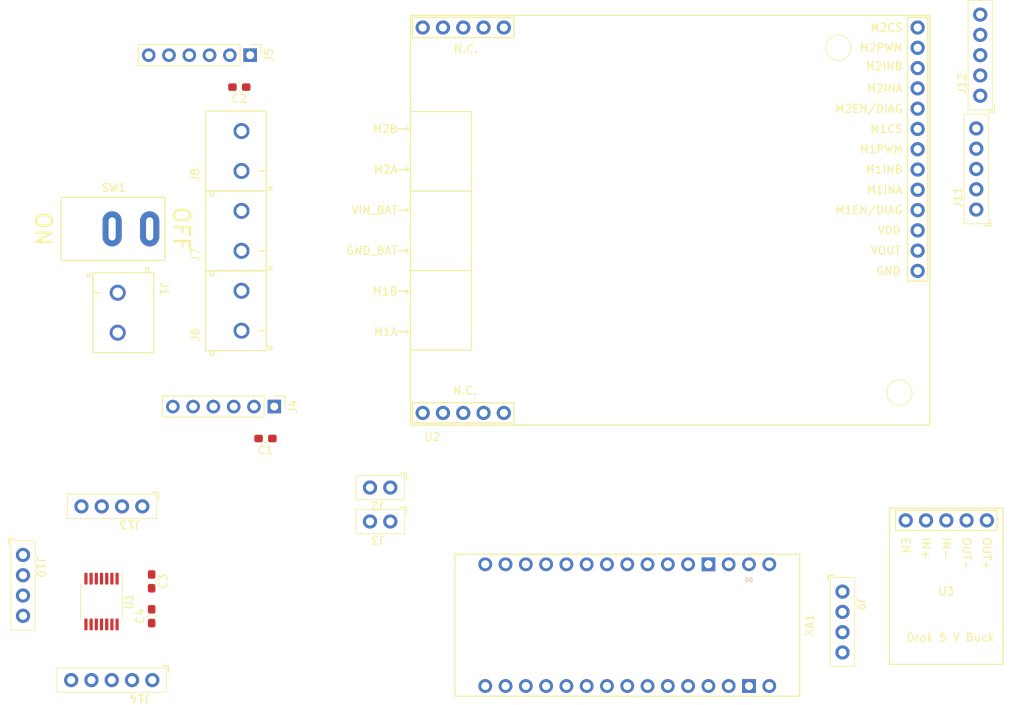
<source format=kicad_pcb>
(kicad_pcb (version 20221018) (generator pcbnew)
  (layers (0 "F.Cu" signal) (31 "B.Cu" signal) (34 "B.Paste" user) (35 "F.Paste" user) (36 "B.SilkS" user "B.Silkscreen") (37 "F.SilkS" user "F.Silkscreen") (38 "B.Mask" user) (39 "F.Mask" user) (44 "Edge.Cuts" user))
  (net 0 "")
  (net 1 "VBAT")
  (net 2 "M1_CS")
  (net 3 "M2_CS")
  (net 4 "Net-(J3-Pin_1)")
  (net 5 "Net-(J3-Pin_2)")
  (net 6 "Net-(J4-M1-Red-Power)")
  (net 7 "Net-(J4-M1-Black-Power)")
  (net 8 "Net-(J5-M2-Red-Power)")
  (net 9 "Net-(J5-M2-Black-Power)")
  (net 10 "GND")
  (net 11 "+5V")
  (net 12 "+3V3")
  (net 13 "M1_EN{slash}DIAG")
  (net 14 "M1_INA")
  (net 15 "M1_INB")
  (net 16 "M1_PWM")
  (net 17 "M2_EN{slash}DIAG")
  (net 18 "M2_INA")
  (net 19 "M2_INB")
  (net 20 "M2_PWM")
  (net 21 "M1-Enc_A-Yellow-5V")
  (net 22 "M1-Enc_B-White-5V")
  (net 23 "M2-Enc_A-Yellow-5V")
  (net 24 "M2-Enc_B-White-5V")
  (net 25 "TXU_OE")
  (net 26 "M1-Enc_A-Yellow-3V3")
  (net 27 "M1-Enc_B-White-3V3")
  (net 28 "M2-Enc_A-Yellow-3V3")
  (net 29 "M2-Enc_B-White-3V3")
  (net 30 "Net-(U2-VOUT-Rev_Protected_VBAT)")
  (net 50 "Net-(J1-Pin_2-GND)")
  (net 51 "Net-(J9-Pin_1)")
  (net 52 "Net-(J9-Pin_2)")
  (net 53 "Net-(J9-Pin_3)")
  (net 54 "Net-(J7-Pin_2-VBAT)")
  (footprint "Capacitor_SMD:C_0603_1608Metric_Pad1.08x0.95mm_HandSolder" (layer "F.Cu") (at 78 114.25 180)
    (fp_text reference "C1" (at 0 -1.43) (layer "F.SilkS"))
    (fp_text value "0.1 uF")
    (fp_line (start -0.146267 -0.51) (end 0.146267 -0.51) (stroke (width 0.12)) (layer "F.SilkS"))
    (fp_line (start -0.146267 0.51) (end 0.146267 0.51) (stroke (width 0.12)) (layer "F.SilkS"))
    (pad "1" smd roundrect (at -0.8625 0 180) (size 1.075 0.95) (layers "F.Cu" "F.Paste" "F.Mask") (net 6 "Net-(J4-M1-Red-Power)"))
    (pad "2" smd roundrect (at 0.8625 0 180) (size 1.075 0.95) (layers "F.Cu" "F.Paste" "F.Mask") (net 7 "Net-(J4-M1-Black-Power)"))
  )
  (footprint "MySwitches:Daier MTS-101 Toggle Switch 6A 125 VAC" (layer "F.Cu") (at 65.4 84.05 -90)
    (fp_text reference "SW1" (at -1.2 6.4 unlocked) (layer "F.SilkS"))
    (fp_text value "External Power Switch")
    (fp_text user "OFF" (at 3.95 -0.9 -90 unlocked) (layer "F.SilkS") (effects (font (size 2 2) (thickness 0.3)) (justify bottom)))
    (fp_text user "ON" (at 3.95 16.4 -90 unlocked) (layer "F.SilkS") (effects (font (size 2 2) (thickness 0.3)) (justify bottom)))
    (fp_rect (start 0 0) (end 7.9 13) (stroke (width 0.15)) (fill none) (layer "F.SilkS"))
    (pad "1" thru_hole oval (at 3.95 1.9 270) (size 4.4 2.4) (drill oval 2.9 0.9) (layers "*.Cu" "*.Mask") (net 54 "Net-(J7-Pin_2-VBAT)"))
    (pad "2" thru_hole oval (at 3.95 6.6 270) (size 4.4 2.4) (drill oval 2.9 0.9) (layers "*.Cu" "*.Mask") (net 1 "VBAT"))
  )
  (footprint "MyBoards:Pololu Dual VNH5019 Motor Driver rev ash02b" (layer "F.Cu") (at 161.1865 61.2635 -90)
    (fp_text reference "U2" (at 52.8 62.3 unlocked) (layer "F.SilkS"))
    (fp_text value "~")
    (fp_text user "M1INA" (at 21.844 3.302 unlocked) (layer "F.SilkS") (effects (justify right)))
    (fp_text user "VIN_BAT" (at 24.384 66.548 unlocked) (layer "F.SilkS") (effects (justify right)))
    (fp_text user "M2CS" (at 1.524 3.302 unlocked) (layer "F.SilkS") (effects (justify right)))
    (fp_text user "N.C." (at 4.2 59.7 unlocked) (layer "F.SilkS") (effects (justify left)))
    (fp_text user "M1B" (at 34.544 66.548 unlocked) (layer "F.SilkS") (effects (justify right)))
    (fp_text user "GND_BAT" (at 29.464 66.548 unlocked) (layer "F.SilkS") (effects (justify right)))
    (fp_text user "M2EN/DIAG" (at 11.684 3.302 unlocked) (layer "F.SilkS") (effects (justify right)))
    (fp_text user "M1CS" (at 14.224 3.302 unlocked) (layer "F.SilkS") (effects (justify right)))
    (fp_text user "GND" (at 32.004 3.556 unlocked) (layer "F.SilkS") (effects (justify right)))
    (fp_text user "VDD" (at 26.924 3.556 unlocked) (layer "F.SilkS") (effects (justify right)))
    (fp_text user "N.C." (at 46.99 58.2 unlocked) (layer "F.SilkS"))
    (fp_text user "M2PWM" (at 4.064 3.302 unlocked) (layer "F.SilkS") (effects (justify right)))
    (fp_text user "M1PWM" (at 16.764 3.302 unlocked) (layer "F.SilkS") (effects (justify right)))
    (fp_text user "M2A" (at 19.304 66.548 unlocked) (layer "F.SilkS") (effects (justify right)))
    (fp_text user "M1EN/DIAG" (at 24.384 3.302 unlocked) (layer "F.SilkS") (effects (justify right)))
    (fp_text user "VOUT" (at 29.464 3.556 unlocked) (layer "F.SilkS") (effects (justify right)))
    (fp_text user "M2B" (at 14.224 66.548 unlocked) (layer "F.SilkS") (effects (justify right)))
    (fp_text user "M1INB" (at 19.304 3.302 unlocked) (layer "F.SilkS") (effects (justify right)))
    (fp_text user "M2INA" (at 9.144 3.302 unlocked) (layer "F.SilkS") (effects (justify right)))
    (fp_text user "M2INB" (at 6.35 3.302 unlocked) (layer "F.SilkS") (effects (justify right)))
    (fp_text user "M1A" (at 39.624 66.548 unlocked) (layer "F.SilkS") (effects (justify right)))
    (fp_line (start 0.254 0.254) (end 0.254 2.794) (stroke (width 0.15)) (layer "F.SilkS"))
    (fp_line (start 0.254 0.254) (end 33.274 0.254) (stroke (width 0.15)) (layer "F.SilkS"))
    (fp_line (start 0.254 52.07) (end 0.254 64.77) (stroke (width 0.15)) (layer "F.SilkS"))
    (fp_line (start 0.254 52.07) (end 2.794 52.07) (stroke (width 0.15)) (layer "F.SilkS"))
    (fp_line (start 0.254 64.77) (end 2.794 64.77) (stroke (width 0.15)) (layer "F.SilkS"))
    (fp_line (start 2.794 52.07) (end 2.794 64.77) (stroke (width 0.15)) (layer "F.SilkS"))
    (fp_line (start 12.0396 57.404) (end 41.91 57.404) (stroke (width 0.15)) (layer "F.SilkS"))
    (fp_line (start 12.0396 65.024) (end 12.0396 57.404) (stroke (width 0.15)) (layer "F.SilkS"))
    (fp_line (start 14.224 65.278) (end 14.224 66.548) (stroke (width 0.15)) (layer "F.SilkS"))
    (fp_line (start 19.304 65.278) (end 19.304 66.548) (stroke (width 0.15)) (layer "F.SilkS"))
    (fp_line (start 21.9964 65.024) (end 21.9964 57.404) (stroke (width 0.15)) (layer "F.SilkS"))
    (fp_line (start 24.384 65.278) (end 24.384 66.548) (stroke (width 0.15)) (layer "F.SilkS"))
    (fp_line (start 29.464 65.278) (end 29.464 66.548) (stroke (width 0.15)) (layer "F.SilkS"))
    (fp_line (start 31.9532 65.024) (end 31.9532 57.404) (stroke (width 0.15)) (layer "F.SilkS"))
    (fp_line (start 33.274 0.254) (end 33.274 2.794) (stroke (width 0.15)) (layer "F.SilkS"))
    (fp_line (start 33.274 2.794) (end 0.254 2.794) (stroke (width 0.15)) (layer "F.SilkS"))
    (fp_line (start 34.544 65.278) (end 34.544 66.548) (stroke (width 0.15)) (layer "F.SilkS"))
    (fp_line (start 39.624 65.278) (end 39.624 66.548) (stroke (width 0.15)) (layer "F.SilkS"))
    (fp_line (start 41.91 65.024) (end 41.91 57.404) (stroke (width 0.15)) (layer "F.SilkS"))
    (fp_line (start 48.514 52.07) (end 48.514 64.77) (stroke (width 0.15)) (layer "F.SilkS"))
    (fp_line (start 48.514 52.07) (end 51.054 52.07) (stroke (width 0.15)) (layer "F.SilkS"))
    (fp_line (start 48.514 64.77) (end 51.054 64.77) (stroke (width 0.15)) (layer "F.SilkS"))
    (fp_line (start 51.054 52.07) (end 51.054 64.77) (stroke (width 0.15)) (layer "F.SilkS"))
    (fp_rect (start 0 0) (end 51.308 65.024) (stroke (width 0.15)) (fill none) (layer "F.SilkS"))
    (fp_circle (center 4.064 11.43) (end 5.6515 11.43) (stroke (width 0.1)) (fill none) (layer "F.SilkS"))
    (fp_circle (center 47.244 3.81) (end 48.8315 3.81) (stroke (width 0.1)) (fill none) (layer "F.SilkS"))
    (fp_poly (pts (xy 14.224 65.278) (xy 13.97 65.532) (xy 14.478 65.532)) (stroke (width 0.15)) (fill solid) (layer "F.SilkS"))
    (fp_poly (pts (xy 19.304 65.278) (xy 19.05 65.532) (xy 19.558 65.532)) (stroke (width 0.15)) (fill solid) (layer "F.SilkS"))
    (fp_poly (pts (xy 24.384 65.278) (xy 24.13 65.532) (xy 24.638 65.532)) (stroke (width 0.15)) (fill solid) (layer "F.SilkS"))
    (fp_poly (pts (xy 29.464 65.278) (xy 29.21 65.532) (xy 29.718 65.532)) (stroke (width 0.15)) (fill solid) (layer "F.SilkS"))
    (fp_poly (pts (xy 34.544 65.278) (xy 34.29 65.532) (xy 34.798 65.532)) (stroke (width 0.15)) (fill solid) (layer "F.SilkS"))
    (fp_poly (pts (xy 39.624 65.278) (xy 39.37 65.532) (xy 39.878 65.532)) (stroke (width 0.15)) (fill solid) (layer "F.SilkS"))
    (pad "1" thru_hole circle (at 32.004 1.524 270) (size 1.778 1.778) (drill 1.016) (layers "*.Cu" "*.Mask") (net 10 "GND"))
    (pad "2" thru_hole circle (at 29.464 1.524 270) (size 1.778 1.778) (drill 1.016) (layers "*.Cu" "*.Mask") (net 30 "Net-(U2-VOUT-Rev_Protected_VBAT)"))
    (pad "3" thru_hole circle (at 26.924 1.524 270) (size 1.778 1.778) (drill 1.016) (layers "*.Cu" "*.Mask") (net 12 "+3V3"))
    (pad "4" thru_hole circle (at 24.384 1.524 270) (size 1.778 1.778) (drill 1.016) (layers "*.Cu" "*.Mask") (net 13 "M1_EN{slash}DIAG"))
    (pad "5" thru_hole circle (at 21.844 1.524 270) (size 1.778 1.778) (drill 1.016) (layers "*.Cu" "*.Mask") (net 14 "M1_INA"))
    (pad "6" thru_hole circle (at 19.304 1.524 270) (size 1.778 1.778) (drill 1.016) (layers "*.Cu" "*.Mask") (net 15 "M1_INB"))
    (pad "7" thru_hole circle (at 16.764 1.524 270) (size 1.778 1.778) (drill 1.016) (layers "*.Cu" "*.Mask") (net 16 "M1_PWM"))
    (pad "8" thru_hole circle (at 14.224 1.524 270) (size 1.778 1.778) (drill 1.016) (layers "*.Cu" "*.Mask") (net 2 "M1_CS"))
    (pad "9" thru_hole circle (at 11.684 1.524 270) (size 1.778 1.778) (drill 1.016) (layers "*.Cu" "*.Mask") (net 17 "M2_EN{slash}DIAG"))
    (pad "10" thru_hole circle (at 9.144 1.524 270) (size 1.778 1.778) (drill 1.016) (layers "*.Cu" "*.Mask") (net 18 "M2_INA"))
    (pad "11" thru_hole circle (at 6.604 1.524 270) (size 1.778 1.778) (drill 1.016) (layers "*.Cu" "*.Mask") (net 19 "M2_INB"))
    (pad "12" thru_hole circle (at 4.064 1.524 270) (size 1.778 1.778) (drill 1.016) (layers "*.Cu" "*.Mask") (net 20 "M2_PWM"))
    (pad "13" thru_hole circle (at 1.524 1.524 270) (size 1.778 1.778) (drill 1.016) (layers "*.Cu" "*.Mask") (net 3 "M2_CS"))
    (pad "14" thru_hole circle (at 1.524 63.5 270) (size 1.778 1.778) (drill 1.016) (layers "*.Cu" "*.Mask"))
    (pad "15" thru_hole circle (at 1.524 60.96 270) (size 1.778 1.778) (drill 1.016) (layers "*.Cu" "*.Mask"))
    (pad "16" thru_hole circle (at 1.524 58.42 270) (size 1.778 1.778) (drill 1.016) (layers "*.Cu" "*.Mask"))
    (pad "17" thru_hole circle (at 1.524 55.88 270) (size 1.778 1.778) (drill 1.016) (layers "*.Cu" "*.Mask"))
    (pad "18" thru_hole circle (at 1.524 53.34 270) (size 1.778 1.778) (drill 1.016) (layers "*.Cu" "*.Mask"))
    (pad "19" thru_hole circle (at 49.784 63.5 270) (size 1.778 1.778) (drill 1.016) (layers "*.Cu" "*.Mask"))
    (pad "20" thru_hole circle (at 49.784 60.96 270) (size 1.778 1.778) (drill 1.016) (layers "*.Cu" "*.Mask"))
    (pad "21" thru_hole circle (at 49.784 58.42 270) (size 1.778 1.778) (drill 1.016) (layers "*.Cu" "*.Mask"))
    (pad "22" thru_hole circle (at 49.784 55.88 270) (size 1.778 1.778) (drill 1.016) (layers "*.Cu" "*.Mask"))
    (pad "23" thru_hole circle (at 49.784 53.34 270) (size 1.778 1.778) (drill 1.016) (layers "*.Cu" "*.Mask"))
  )
  (footprint "MyConnectors:Screw Terminal 2P 5 mm, Degson DG301-5.0-02P" (layer "F.Cu") (at 75 100.75 90)
    (fp_text reference "J6" (at -0.5 -5.8 90 unlocked) (layer "F.SilkS"))
    (fp_text value "M1")
    (fp_line (start -3.1 -3.9) (end -3.1 -3.5) (stroke (width 0.15)) (layer "F.SilkS"))
    (fp_line (start -3.1 -3.5) (end -2.5 -3.5) (stroke (width 0.15)) (layer "F.SilkS"))
    (fp_line (start -2.5 -3.9) (end -3.1 -3.9) (stroke (width 0.15)) (layer "F.SilkS"))
    (fp_line (start 0 3.1) (end 0 2.1) (stroke (width 0.15)) (layer "F.SilkS"))
    (fp_rect (start -2.5 -4.5) (end 7.5 3.1) (stroke (width 0.15)) (fill none) (layer "F.SilkS"))
    (fp_circle (center -2.2 3.6) (end -2 3.7) (stroke (width 0.15)) (fill none) (layer "F.SilkS"))
    (pad "1" thru_hole circle (at 0 0 90) (size 2 2) (drill 1.3) (layers "*.Cu" "*.Mask") (net 6 "Net-(J4-M1-Red-Power)"))
    (pad "2" thru_hole circle (at 5 0 90) (size 2 2) (drill 1.3) (layers "*.Cu" "*.Mask") (net 7 "Net-(J4-M1-Black-Power)"))
  )
  (footprint "Connector_PinHeader_2.54mm:PinHeader_1x06_P2.54mm_Vertical" (layer "F.Cu") (at 76.08 66.25 -90)
    (fp_text reference "J5" (at 0 -2.33 90) (layer "F.SilkS"))
    (fp_text value "Motor 2")
    (fp_line (start -1.33 -1.33) (end 0 -1.33) (stroke (width 0.12)) (layer "F.SilkS"))
    (fp_line (start -1.33 0) (end -1.33 -1.33) (stroke (width 0.12)) (layer "F.SilkS"))
    (fp_line (start -1.33 1.27) (end -1.33 14.03) (stroke (width 0.12)) (layer "F.SilkS"))
    (fp_line (start -1.33 1.27) (end 1.33 1.27) (stroke (width 0.12)) (layer "F.SilkS"))
    (fp_line (start -1.33 14.03) (end 1.33 14.03) (stroke (width 0.12)) (layer "F.SilkS"))
    (fp_line (start 1.33 1.27) (end 1.33 14.03) (stroke (width 0.12)) (layer "F.SilkS"))
    (pad "1" thru_hole rect (at 0 0 270) (size 1.7 1.7) (drill 1) (layers "*.Cu" "*.Mask") (net 8 "Net-(J5-M2-Red-Power)"))
    (pad "2" thru_hole oval (at 0 2.54 270) (size 1.7 1.7) (drill 1) (layers "*.Cu" "*.Mask") (net 9 "Net-(J5-M2-Black-Power)"))
    (pad "3" thru_hole oval (at 0 5.08 270) (size 1.7 1.7) (drill 1) (layers "*.Cu" "*.Mask") (net 10 "GND"))
    (pad "4" thru_hole oval (at 0 7.62 270) (size 1.7 1.7) (drill 1) (layers "*.Cu" "*.Mask") (net 11 "+5V"))
    (pad "5" thru_hole oval (at 0 10.16 270) (size 1.7 1.7) (drill 1) (layers "*.Cu" "*.Mask") (net 23 "M2-Enc_A-Yellow-5V"))
    (pad "6" thru_hole oval (at 0 12.7 270) (size 1.7 1.7) (drill 1) (layers "*.Cu" "*.Mask") (net 24 "M2-Enc_B-White-5V"))
  )
  (footprint "MyConnectors:Screw Terminal 2P 5 mm, Degson DG301-5.0-02P" (layer "F.Cu") (at 59.5 96 -90)
    (fp_text reference "J1" (at -0.5 -5.8 -90 unlocked) (layer "F.SilkS"))
    (fp_text value "BATT IN")
    (fp_line (start -3.1 -3.9) (end -3.1 -3.5) (stroke (width 0.15)) (layer "F.SilkS"))
    (fp_line (start -3.1 -3.5) (end -2.5 -3.5) (stroke (width 0.15)) (layer "F.SilkS"))
    (fp_line (start -2.5 -3.9) (end -3.1 -3.9) (stroke (width 0.15)) (layer "F.SilkS"))
    (fp_line (start 0 3.1) (end 0 2.1) (stroke (width 0.15)) (layer "F.SilkS"))
    (fp_rect (start -2.5 -4.5) (end 7.5 3.1) (stroke (width 0.15)) (fill none) (layer "F.SilkS"))
    (fp_circle (center -2.2 3.6) (end -2 3.7) (stroke (width 0.15)) (fill none) (layer "F.SilkS"))
    (pad "1" thru_hole circle (at 0 0 270) (size 2 2) (drill 1.3) (layers "*.Cu" "*.Mask") (net 1 "VBAT"))
    (pad "2" thru_hole circle (at 5 0 270) (size 2 2) (drill 1.3) (layers "*.Cu" "*.Mask") (net 50 "Net-(J1-Pin_2-GND)"))
  )
  (footprint "Connector_PinHeader_2.54mm:PinHeader_1x06_P2.54mm_Vertical" (layer "F.Cu") (at 79.1 110.25 -90)
    (fp_text reference "J4" (at 0 -2.33 90) (layer "F.SilkS"))
    (fp_text value "Motor 1")
    (fp_line (start -1.33 -1.33) (end 0 -1.33) (stroke (width 0.12)) (layer "F.SilkS"))
    (fp_line (start -1.33 0) (end -1.33 -1.33) (stroke (width 0.12)) (layer "F.SilkS"))
    (fp_line (start -1.33 1.27) (end -1.33 14.03) (stroke (width 0.12)) (layer "F.SilkS"))
    (fp_line (start -1.33 1.27) (end 1.33 1.27) (stroke (width 0.12)) (layer "F.SilkS"))
    (fp_line (start -1.33 14.03) (end 1.33 14.03) (stroke (width 0.12)) (layer "F.SilkS"))
    (fp_line (start 1.33 1.27) (end 1.33 14.03) (stroke (width 0.12)) (layer "F.SilkS"))
    (pad "1" thru_hole rect (at 0 0 270) (size 1.7 1.7) (drill 1) (layers "*.Cu" "*.Mask") (net 6 "Net-(J4-M1-Red-Power)"))
    (pad "2" thru_hole oval (at 0 2.54 270) (size 1.7 1.7) (drill 1) (layers "*.Cu" "*.Mask") (net 7 "Net-(J4-M1-Black-Power)"))
    (pad "3" thru_hole oval (at 0 5.08 270) (size 1.7 1.7) (drill 1) (layers "*.Cu" "*.Mask") (net 10 "GND"))
    (pad "4" thru_hole oval (at 0 7.62 270) (size 1.7 1.7) (drill 1) (layers "*.Cu" "*.Mask") (net 11 "+5V"))
    (pad "5" thru_hole oval (at 0 10.16 270) (size 1.7 1.7) (drill 1) (layers "*.Cu" "*.Mask") (net 21 "M1-Enc_A-Yellow-5V"))
    (pad "6" thru_hole oval (at 0 12.7 270) (size 1.7 1.7) (drill 1) (layers "*.Cu" "*.Mask") (net 22 "M1-Enc_B-White-5V"))
  )
  (footprint "MyConnectors:Sullins Header Female TH 2 x 1 PPPC021LFBN-RC" (layer "F.Cu") (at 95.1545 120.3895 180)
    (fp_text reference "J2" (at 3.048 -2.286 180 unlocked) (layer "F.SilkS"))
    (fp_text value "Current Sense Jumper Out of board")
    (fp_line (start -0.508 1.016) (end -0.508 1.778) (stroke (width 0.15)) (layer "F.SilkS"))
    (fp_line (start -0.508 1.778) (end 0.254 1.778) (stroke (width 0.15)) (layer "F.SilkS"))
    (fp_line (start -0.254 -1.524) (end -0.254 1.524) (stroke (width 0.1)) (layer "F.SilkS"))
    (fp_line (start -0.254 1.524) (end 5.842 1.524) (stroke (width 0.1)) (layer "F.SilkS"))
    (fp_line (start 5.842 -1.524) (end -0.254 -1.524) (stroke (width 0.1)) (layer "F.SilkS"))
    (fp_line (start 5.842 1.524) (end 5.842 -1.524) (stroke (width 0.1)) (layer "F.SilkS"))
    (pad "1" thru_hole circle (at 1.524 0 180) (size 1.778 1.778) (drill 1.016) (layers "*.Cu" "*.Mask") (net 2 "M1_CS"))
    (pad "2" thru_hole circle (at 4.064 0 180) (size 1.778 1.778) (drill 1.016) (layers "*.Cu" "*.Mask") (net 3 "M2_CS"))
  )
  (footprint "Capacitor_SMD:C_0603_1608Metric_Pad1.08x0.95mm_HandSolder" (layer "F.Cu") (at 63.75 132.1375 -90)
    (fp_text reference "C3" (at 0 -1.43 90) (layer "F.SilkS"))
    (fp_text value "0.1 uF")
    (fp_line (start -0.146267 -0.51) (end 0.146267 -0.51) (stroke (width 0.12)) (layer "F.SilkS"))
    (fp_line (start -0.146267 0.51) (end 0.146267 0.51) (stroke (width 0.12)) (layer "F.SilkS"))
    (pad "1" smd roundrect (at -0.8625 0 270) (size 1.075 0.95) (layers "F.Cu" "F.Paste" "F.Mask") (net 11 "+5V"))
    (pad "2" smd roundrect (at 0.8625 0 270) (size 1.075 0.95) (layers "F.Cu" "F.Paste" "F.Mask") (net 10 "GND"))
  )
  (footprint "MyConnectors:Sullins Header Female TH 4 x 1 PPPC041LFBN-RC" (layer "F.Cu") (at 150.25 131.896 -90)
    (fp_text reference "J9" (at 3.048 -2.286 -90 unlocked) (layer "F.SilkS"))
    (fp_text value "Extra GPIO Test Connector")
    (fp_line (start -0.508 1.016) (end -0.508 1.778) (stroke (width 0.15)) (layer "F.SilkS"))
    (fp_line (start -0.508 1.778) (end 0.254 1.778) (stroke (width 0.15)) (layer "F.SilkS"))
    (fp_line (start -0.254 -1.524) (end -0.254 1.524) (stroke (width 0.1)) (layer "F.SilkS"))
    (fp_line (start -0.254 1.524) (end 10.922 1.524) (stroke (width 0.1)) (layer "F.SilkS"))
    (fp_line (start 10.922 -1.524) (end -0.254 -1.524) (stroke (width 0.1)) (layer "F.SilkS"))
    (fp_line (start 10.922 1.524) (end 10.922 -1.524) (stroke (width 0.1)) (layer "F.SilkS"))
    (pad "1" thru_hole circle (at 1.524 0 270) (size 1.778 1.778) (drill 1.016) (layers "*.Cu" "*.Mask") (net 51 "Net-(J9-Pin_1)"))
    (pad "2" thru_hole circle (at 4.064 0 270) (size 1.778 1.778) (drill 1.016) (layers "*.Cu" "*.Mask") (net 52 "Net-(J9-Pin_2)"))
    (pad "3" thru_hole circle (at 6.604 0 270) (size 1.778 1.778) (drill 1.016) (layers "*.Cu" "*.Mask") (net 53 "Net-(J9-Pin_3)"))
    (pad "4" thru_hole circle (at 9.144 0 270) (size 1.778 1.778) (drill 1.016) (layers "*.Cu" "*.Mask") (net 10 "GND"))
  )
  (footprint "Package_SO:TSSOP-14_4.4x5mm_P0.65mm" (layer "F.Cu") (at 57.47 134.6625 -90)
    (fp_text reference "U1" (at 0 -3.45 90) (layer "F.SilkS"))
    (fp_text value "~")
    (fp_line (start 0 -2.61) (end -3.6 -2.61) (stroke (width 0.12)) (layer "F.SilkS"))
    (fp_line (start 0 -2.61) (end 2.2 -2.61) (stroke (width 0.12)) (layer "F.SilkS"))
    (fp_line (start 0 2.61) (end -2.2 2.61) (stroke (width 0.12)) (layer "F.SilkS"))
    (fp_line (start 0 2.61) (end 2.2 2.61) (stroke (width 0.12)) (layer "F.SilkS"))
    (pad "1" smd roundrect (at -2.8625 -1.95 270) (size 1.475 0.4) (layers "F.Cu" "F.Paste" "F.Mask") (net 11 "+5V"))
    (pad "2" smd roundrect (at -2.8625 -1.3 270) (size 1.475 0.4) (layers "F.Cu" "F.Paste" "F.Mask") (net 21 "M1-Enc_A-Yellow-5V"))
    (pad "3" smd roundrect (at -2.8625 -0.65 270) (size 1.475 0.4) (layers "F.Cu" "F.Paste" "F.Mask") (net 22 "M1-Enc_B-White-5V"))
    (pad "4" smd roundrect (at -2.8625 0 270) (size 1.475 0.4) (layers "F.Cu" "F.Paste" "F.Mask") (net 23 "M2-Enc_A-Yellow-5V"))
    (pad "5" smd roundrect (at -2.8625 0.65 270) (size 1.475 0.4) (layers "F.Cu" "F.Paste" "F.Mask") (net 24 "M2-Enc_B-White-5V"))
    (pad "6" smd roundrect (at -2.8625 1.3 270) (size 1.475 0.4) (layers "F.Cu" "F.Paste" "F.Mask"))
    (pad "7" smd roundrect (at -2.8625 1.95 270) (size 1.475 0.4) (layers "F.Cu" "F.Paste" "F.Mask") (net 10 "GND"))
    (pad "8" smd roundrect (at 2.8625 1.95 270) (size 1.475 0.4) (layers "F.Cu" "F.Paste" "F.Mask") (net 25 "TXU_OE"))
    (pad "9" smd roundrect (at 2.8625 1.3 270) (size 1.475 0.4) (layers "F.Cu" "F.Paste" "F.Mask"))
    (pad "10" smd roundrect (at 2.8625 0.65 270) (size 1.475 0.4) (layers "F.Cu" "F.Paste" "F.Mask") (net 29 "M2-Enc_B-White-3V3"))
    (pad "11" smd roundrect (at 2.8625 0 270) (size 1.475 0.4) (layers "F.Cu" "F.Paste" "F.Mask") (net 28 "M2-Enc_A-Yellow-3V3"))
    (pad "12" smd roundrect (at 2.8625 -0.65 270) (size 1.475 0.4) (layers "F.Cu" "F.Paste" "F.Mask") (net 27 "M1-Enc_B-White-3V3"))
    (pad "13" smd roundrect (at 2.8625 -1.3 270) (size 1.475 0.4) (layers "F.Cu" "F.Paste" "F.Mask") (net 26 "M1-Enc_A-Yellow-3V3"))
    (pad "14" smd roundrect (at 2.8625 -1.95 270) (size 1.475 0.4) (layers "F.Cu" "F.Paste" "F.Mask") (net 12 "+3V3"))
  )
  (footprint "MyConnectors:Sullins Header Female TH 4 x 1 PPPC041LFBN-RC" (layer "F.Cu") (at 47.6395 127.3055 -90)
    (fp_text reference "J10" (at 3.048 -2.286 -90 unlocked) (layer "F.SilkS"))
    (fp_text value "Power Test Connector")
    (fp_line (start -0.508 1.016) (end -0.508 1.778) (stroke (width 0.15)) (layer "F.SilkS"))
    (fp_line (start -0.508 1.778) (end 0.254 1.778) (stroke (width 0.15)) (layer "F.SilkS"))
    (fp_line (start -0.254 -1.524) (end -0.254 1.524) (stroke (width 0.1)) (layer "F.SilkS"))
    (fp_line (start -0.254 1.524) (end 10.922 1.524) (stroke (width 0.1)) (layer "F.SilkS"))
    (fp_line (start 10.922 -1.524) (end -0.254 -1.524) (stroke (width 0.1)) (layer "F.SilkS"))
    (fp_line (start 10.922 1.524) (end 10.922 -1.524) (stroke (width 0.1)) (layer "F.SilkS"))
    (pad "1" thru_hole circle (at 1.524 0 270) (size 1.778 1.778) (drill 1.016) (layers "*.Cu" "*.Mask") (net 1 "VBAT"))
    (pad "2" thru_hole circle (at 4.064 0 270) (size 1.778 1.778) (drill 1.016) (layers "*.Cu" "*.Mask") (net 11 "+5V"))
    (pad "3" thru_hole circle (at 6.604 0 270) (size 1.778 1.778) (drill 1.016) (layers "*.Cu" "*.Mask") (net 12 "+3V3"))
    (pad "4" thru_hole circle (at 9.144 0 270) (size 1.778 1.778) (drill 1.016) (layers "*.Cu" "*.Mask") (net 10 "GND"))
  )
  (footprint "MyConnectors:Screw Terminal 2P 5 mm, Degson DG301-5.0-02P" (layer "F.Cu") (at 75 80.75 90)
    (fp_text reference "J8" (at -0.5 -5.8 90 unlocked) (layer "F.SilkS"))
    (fp_text value "M2")
    (fp_line (start -3.1 -3.9) (end -3.1 -3.5) (stroke (width 0.15)) (layer "F.SilkS"))
    (fp_line (start -3.1 -3.5) (end -2.5 -3.5) (stroke (width 0.15)) (layer "F.SilkS"))
    (fp_line (start -2.5 -3.9) (end -3.1 -3.9) (stroke (width 0.15)) (layer "F.SilkS"))
    (fp_line (start 0 3.1) (end 0 2.1) (stroke (width 0.15)) (layer "F.SilkS"))
    (fp_rect (start -2.5 -4.5) (end 7.5 3.1) (stroke (width 0.15)) (fill none) (layer "F.SilkS"))
    (fp_circle (center -2.2 3.6) (end -2 3.7) (stroke (width 0.15)) (fill none) (layer "F.SilkS"))
    (pad "1" thru_hole circle (at 0 0 90) (size 2 2) (drill 1.3) (layers "*.Cu" "*.Mask") (net 8 "Net-(J5-M2-Red-Power)"))
    (pad "2" thru_hole circle (at 5 0 90) (size 2 2) (drill 1.3) (layers "*.Cu" "*.Mask") (net 9 "Net-(J5-M2-Black-Power)"))
  )
  (footprint "MyConnectors:Sullins Header Female TH 2 x 1 PPPC021LFBN-RC" (layer "F.Cu") (at 95.1545 124.6395 180)
    (fp_text reference "J3" (at 3.048 -2.286 180 unlocked) (layer "F.SilkS"))
    (fp_text value "Current Sense Jumper Into board")
    (fp_line (start -0.508 1.016) (end -0.508 1.778) (stroke (width 0.15)) (layer "F.SilkS"))
    (fp_line (start -0.508 1.778) (end 0.254 1.778) (stroke (width 0.15)) (layer "F.SilkS"))
    (fp_line (start -0.254 -1.524) (end -0.254 1.524) (stroke (width 0.1)) (layer "F.SilkS"))
    (fp_line (start -0.254 1.524) (end 5.842 1.524) (stroke (width 0.1)) (layer "F.SilkS"))
    (fp_line (start 5.842 -1.524) (end -0.254 -1.524) (stroke (width 0.1)) (layer "F.SilkS"))
    (fp_line (start 5.842 1.524) (end 5.842 -1.524) (stroke (width 0.1)) (layer "F.SilkS"))
    (pad "1" thru_hole circle (at 1.524 0 180) (size 1.778 1.778) (drill 1.016) (layers "*.Cu" "*.Mask") (net 4 "Net-(J3-Pin_1)"))
    (pad "2" thru_hole circle (at 4.064 0 180) (size 1.778 1.778) (drill 1.016) (layers "*.Cu" "*.Mask") (net 5 "Net-(J3-Pin_2)"))
  )
  (footprint "Capacitor_SMD:C_0603_1608Metric_Pad1.08x0.95mm_HandSolder" (layer "F.Cu") (at 74.73 70.25 180)
    (fp_text reference "C2" (at 0 -1.43) (layer "F.SilkS"))
    (fp_text value "0.1 uF")
    (fp_line (start -0.146267 -0.51) (end 0.146267 -0.51) (stroke (width 0.12)) (layer "F.SilkS"))
    (fp_line (start -0.146267 0.51) (end 0.146267 0.51) (stroke (width 0.12)) (layer "F.SilkS"))
    (pad "1" smd roundrect (at -0.8625 0 180) (size 1.075 0.95) (layers "F.Cu" "F.Paste" "F.Mask") (net 8 "Net-(J5-M2-Red-Power)"))
    (pad "2" smd roundrect (at 0.8625 0 180) (size 1.075 0.95) (layers "F.Cu" "F.Paste" "F.Mask") (net 9 "Net-(J5-M2-Black-Power)"))
  )
  (footprint "MyConnectors:Sullins Header Female TH 4 x 1 PPPC041LFBN-RC" (layer "F.Cu") (at 64.104 122.75 180)
    (fp_text reference "J13" (at 3.048 -2.286 180 unlocked) (layer "F.SilkS"))
    (fp_text value "5V Enconder Test Connector")
    (fp_line (start -0.508 1.016) (end -0.508 1.778) (stroke (width 0.15)) (layer "F.SilkS"))
    (fp_line (start -0.508 1.778) (end 0.254 1.778) (stroke (width 0.15)) (layer "F.SilkS"))
    (fp_line (start -0.254 -1.524) (end -0.254 1.524) (stroke (width 0.1)) (layer "F.SilkS"))
    (fp_line (start -0.254 1.524) (end 10.922 1.524) (stroke (width 0.1)) (layer "F.SilkS"))
    (fp_line (start 10.922 -1.524) (end -0.254 -1.524) (stroke (width 0.1)) (layer "F.SilkS"))
    (fp_line (start 10.922 1.524) (end 10.922 -1.524) (stroke (width 0.1)) (layer "F.SilkS"))
    (pad "1" thru_hole circle (at 1.524 0 180) (size 1.778 1.778) (drill 1.016) (layers "*.Cu" "*.Mask") (net 21 "M1-Enc_A-Yellow-5V"))
    (pad "2" thru_hole circle (at 4.064 0 180) (size 1.778 1.778) (drill 1.016) (layers "*.Cu" "*.Mask") (net 22 "M1-Enc_B-White-5V"))
    (pad "3" thru_hole circle (at 6.604 0 180) (size 1.778 1.778) (drill 1.016) (layers "*.Cu" "*.Mask") (net 23 "M2-Enc_A-Yellow-5V"))
    (pad "4" thru_hole circle (at 9.144 0 180) (size 1.778 1.778) (drill 1.016) (layers "*.Cu" "*.Mask") (net 24 "M2-Enc_B-White-5V"))
  )
  (footprint "PCM_arduino-library:Arduino_Nano_Every_Socket" (layer "F.Cu") (at 101.71 137.62 -90)
    (fp_text reference "XA1" (at 0 -44.45 90) (layer "F.SilkS"))
    (fp_text value "Arduino_Nano_33_BLE_Sense_R2_Socket")
    (fp_text user "D0" (at -5.715 -36.83 -180 unlocked) (layer "B.SilkS") (effects (font (size 0.5 0.5) (thickness 0.075)) (justify mirror)))
    (fp_text user "D0" (at -5.715 -36.83 -180 unlocked) (layer "F.SilkS") (effects (font (size 0.5 0.5) (thickness 0.075))))
    (fp_line (start -8.89 -43.18) (end -8.89 0) (stroke (width 0.15)) (layer "F.SilkS"))
    (fp_line (start -8.89 -43.18) (end 8.89 -43.18) (stroke (width 0.15)) (layer "F.SilkS"))
    (fp_line (start -8.89 0) (end 8.89 0) (stroke (width 0.15)) (layer "F.SilkS"))
    (fp_line (start 8.89 -43.18) (end 8.89 0) (stroke (width 0.15)) (layer "F.SilkS"))
    (pad "" np_thru_hole circle (at -7.62 -41.91 270) (size 1.8 1.8) (drill 1.8) (layers "F&B.Cu" "*.Mask"))
    (pad "" np_thru_hole circle (at -7.62 -1.27 270) (size 1.8 1.8) (drill 1.8) (layers "F&B.Cu" "*.Mask"))
    (pad "" np_thru_hole circle (at 7.62 -41.91 270) (size 1.8 1.8) (drill 1.8) (layers "F&B.Cu" "*.Mask"))
    (pad "" np_thru_hole circle (at 7.62 -1.27 270) (size 1.8 1.8) (drill 1.8) (layers "F&B.Cu" "*.Mask"))
    (pad "3V3" thru_hole circle (at 7.62 -6.35 270) (size 1.7272 1.7272) (drill 1.016) (layers "*.Cu" "*.Mask") (net 12 "+3V3"))
    (pad "5V" thru_hole circle (at 7.62 -31.75 270) (size 1.7272 1.7272) (drill 1.016) (layers "*.Cu" "*.Mask"))
    (pad "A0" thru_hole circle (at 7.62 -11.43 270) (size 1.7272 1.7272) (drill 1.016) (layers "*.Cu" "*.Mask") (net 5 "Net-(J3-Pin_2)"))
    (pad "A1" thru_hole circle (at 7.62 -13.97 270) (size 1.7272 1.7272) (drill 1.016) (layers "*.Cu" "*.Mask") (net 4 "Net-(J3-Pin_1)"))
    (pad "A2" thru_hole circle (at 7.62 -16.51 270) (size 1.7272 1.7272) (drill 1.016) (layers "*.Cu" "*.Mask") (net 28 "M2-Enc_A-Yellow-3V3"))
    (pad "A3" thru_hole circle (at 7.62 -19.05 270) (size 1.7272 1.7272) (drill 1.016) (layers "*.Cu" "*.Mask") (net 29 "M2-Enc_B-White-3V3"))
    (pad "A4" thru_hole circle (at 7.62 -21.59 270) (size 1.7272 1.7272) (drill 1.016) (layers "*.Cu" "*.Mask"))
    (pad "A5" thru_hole circle (at 7.62 -24.13 270) (size 1.7272 1.7272) (drill 1.016) (layers "*.Cu" "*.Mask"))
    (pad "A6" thru_hole circle (at 7.62 -26.67 270) (size 1.7272 1.7272) (drill 1.016) (layers "*.Cu" "*.Mask") (net 26 "M1-Enc_A-Yellow-3V3"))
    (pad "A7" thru_hole circle (at 7.62 -29.21 270) (size 1.7272 1.7272) (drill 1.016) (layers "*.Cu" "*.Mask") (net 27 "M1-Enc_B-White-3V3"))
    (pad "AREF" thru_hole circle (at 7.62 -8.89 270) (size 1.7272 1.7272) (drill 1.016) (layers "*.Cu" "*.Mask"))
    (pad "D0" thru_hole circle (at -7.62 -36.83 270) (size 1.7272 1.7272) (drill 1.016) (layers "*.Cu" "*.Mask"))
    (pad "D1" thru_hole circle (at -7.62 -39.37 270) (size 1.7272 1.7272) (drill 1.016) (layers "*.Cu" "*.Mask"))
    (pad "D2" thru_hole circle (at -7.62 -29.21 270) (size 1.7272 1.7272) (drill 1.016) (layers "*.Cu" "*.Mask") (net 14 "M1_INA"))
    (pad "D3" thru_hole circle (at -7.62 -26.67 270) (size 1.7272 1.7272) (drill 1.016) (layers "*.Cu" "*.Mask") (net 51 "Net-(J9-Pin_1)"))
    (pad "D4" thru_hole circle (at -7.62 -24.13 270) (size 1.7272 1.7272) (drill 1.016) (layers "*.Cu" "*.Mask") (net 15 "M1_INB"))
    (pad "D5" thru_hole circle (at -7.62 -21.59 270) (size 1.7272 1.7272) (drill 1.016) (layers "*.Cu" "*.Mask") (net 25 "TXU_OE"))
    (pad "D6" thru_hole circle (at -7.62 -19.05 270) (size 1.7272 1.7272) (drill 1.016) (layers "*.Cu" "*.Mask") (net 13 "M1_EN{slash}DIAG"))
    (pad "D7" thru_hole circle (at -7.62 -16.51 270) (size 1.7272 1.7272) (drill 1.016) (layers "*.Cu" "*.Mask") (net 18 "M2_INA"))
    (pad "D8" thru_hole circle (at -7.62 -13.97 270) (size 1.7272 1.7272) (drill 1.016) (layers "*.Cu" "*.Mask") (net 19 "M2_INB"))
    (pad "D9" thru_hole circle (at -7.62 -11.43 270) (size 1.7272 1.7272) (drill 1.016) (layers "*.Cu" "*.Mask") (net 16 "M1_PWM"))
    (pad "D10" thru_hole circle (at -7.62 -8.89 270) (size 1.7272 1.7272) (drill 1.016) (layers "*.Cu" "*.Mask") (net 20 "M2_PWM"))
    (pad "D11" thru_hole circle (at -7.62 -6.35 270) (size 1.7272 1.7272) (drill 1.016) (layers "*.Cu" "*.Mask") (net 52 "Net-(J9-Pin_2)"))
    (pad "D12" thru_hole circle (at -7.62 -3.81 270) (size 1.7272 1.7272) (drill 1.016) (layers "*.Cu" "*.Mask") (net 17 "M2_EN{slash}DIAG"))
    (pad "D13" thru_hole circle (at 7.62 -3.81 270) (size 1.7272 1.7272) (drill 1.016) (layers "*.Cu" "*.Mask") (net 53 "Net-(J9-Pin_3)"))
    (pad "GND1" thru_hole rect (at -7.62 -31.75 270) (size 1.7272 1.7272) (drill 1.016) (layers "*.Cu" "*.Mask") (net 10 "GND"))
    (pad "GND2" thru_hole rect (at 7.62 -36.83 270) (size 1.7272 1.7272) (drill 1.016) (layers "*.Cu" "*.Mask") (net 10 "GND"))
    (pad "RST1" thru_hole circle (at -7.62 -34.29 270) (size 1.7272 1.7272) (drill 1.016) (layers "*.Cu" "*.Mask"))
    (pad "RST2" thru_hole circle (at 7.62 -34.29 270) (size 1.7272 1.7272) (drill 1.016) (layers "*.Cu" "*.Mask"))
    (pad "VIN" thru_hole circle (at 7.62 -39.37 270) (size 1.7272 1.7272) (drill 1.016) (layers "*.Cu" "*.Mask") (net 11 "+5V"))
  )
  (footprint "MyConnectors:Screw Terminal 2P 5 mm, Degson DG301-5.0-02P" (layer "F.Cu") (at 75 90.75 90)
    (fp_text reference "J7" (at -0.5 -5.8 90 unlocked) (layer "F.SilkS"))
    (fp_text value "BATT OUT")
    (fp_line (start -3.1 -3.9) (end -3.1 -3.5) (stroke (width 0.15)) (layer "F.SilkS"))
    (fp_line (start -3.1 -3.5) (end -2.5 -3.5) (stroke (width 0.15)) (layer "F.SilkS"))
    (fp_line (start -2.5 -3.9) (end -3.1 -3.9) (stroke (width 0.15)) (layer "F.SilkS"))
    (fp_line (start 0 3.1) (end 0 2.1) (stroke (width 0.15)) (layer "F.SilkS"))
    (fp_rect (start -2.5 -4.5) (end 7.5 3.1) (stroke (width 0.15)) (fill none) (layer "F.SilkS"))
    (fp_circle (center -2.2 3.6) (end -2 3.7) (stroke (width 0.15)) (fill none) (layer "F.SilkS"))
    (pad "1" thru_hole circle (at 0 0 90) (size 2 2) (drill 1.3) (layers "*.Cu" "*.Mask") (net 50 "Net-(J1-Pin_2-GND)"))
    (pad "2" thru_hole circle (at 5 0 90) (size 2 2) (drill 1.3) (layers "*.Cu" "*.Mask") (net 54 "Net-(J7-Pin_2-VBAT)"))
  )
  (footprint "MyConnectors:Sullins Header Female TH 5 x 1 PPPC051LFBN-RC" (layer "F.Cu") (at 167.5 72.854 90)
    (fp_text reference "J12" (at 3.048 -2.286 90 unlocked) (layer "F.SilkS"))
    (fp_text value "M2 Test Connector")
    (fp_line (start -0.508 1.016) (end -0.508 1.778) (stroke (width 0.15)) (layer "F.SilkS"))
    (fp_line (start -0.508 1.778) (end 0.254 1.778) (stroke (width 0.15)) (layer "F.SilkS"))
    (fp_line (start -0.254 -1.524) (end -0.254 1.524) (stroke (width 0.1)) (layer "F.SilkS"))
    (fp_line (start -0.254 1.524) (end 13.462 1.524) (stroke (width 0.1)) (layer "F.SilkS"))
    (fp_line (start 13.462 -1.524) (end -0.254 -1.524) (stroke (width 0.1)) (layer "F.SilkS"))
    (fp_line (start 13.462 1.524) (end 13.462 -1.524) (stroke (width 0.1)) (layer "F.SilkS"))
    (pad "1" thru_hole circle (at 1.524 0 90) (size 1.778 1.778) (drill 1.016) (layers "*.Cu" "*.Mask") (net 17 "M2_EN{slash}DIAG"))
    (pad "2" thru_hole circle (at 4.064 0 90) (size 1.778 1.778) (drill 1.016) (layers "*.Cu" "*.Mask") (net 18 "M2_INA"))
    (pad "3" thru_hole circle (at 6.604 0 90) (size 1.778 1.778) (drill 1.016) (layers "*.Cu" "*.Mask") (net 19 "M2_INB"))
    (pad "4" thru_hole circle (at 9.144 0 90) (size 1.778 1.778) (drill 1.016) (layers "*.Cu" "*.Mask") (net 20 "M2_PWM"))
    (pad "5" thru_hole circle (at 11.684 0 90) (size 1.778 1.778) (drill 1.016) (layers "*.Cu" "*.Mask") (net 3 "M2_CS"))
  )
  (footprint "MyBoards:Drok 5 V Buck Converter" (layer "F.Cu") (at 156.138 122.976)
    (fp_text reference "U3" (at 7.112 10.414 unlocked) (layer "F.SilkS"))
    (fp_text value "12V to 5V Buck Converter")
    (fp_text user "OUT+" (at 12.192 3.556 270 unlocked) (layer "F.SilkS") (effects (justify left)))
    (fp_text user "EN" (at 2.032 3.556 -90 unlocked) (layer "F.SilkS") (effects (justify left)))
    (fp_text user "Drok 5 V Buck" (at 2.032 16.764 unlocked) (layer "F.SilkS") (effects (justify left bottom)))
    (fp_text user "IN-" (at 7.112 3.556 270 unlocked) (layer "F.SilkS") (effects (justify left)))
    (fp_text user "OUT-" (at 9.652 3.556 270 unlocked) (layer "F.SilkS") (effects (justify left)))
    (fp_text user "IN+" (at 4.572 3.556 270 unlocked) (layer "F.SilkS") (effects (justify left)))
    (fp_line (start 0.762 0.254) (end 13.462 0.254) (stroke (width 0.15)) (layer "F.SilkS"))
    (fp_line (start 0.762 2.794) (end 0.762 0.254) (stroke (width 0.15)) (layer "F.SilkS"))
    (fp_line (start 0.762 2.794) (end 13.462 2.794) (stroke (width 0.15)) (layer "F.SilkS"))
    (fp_line (start 13.462 2.794) (end 13.462 0.254) (stroke (width 0.15)) (layer "F.SilkS"))
    (fp_rect (start 0 0) (end 14.224 19.558) (stroke (width 0.15)) (fill none) (layer "F.SilkS"))
    (pad "1" thru_hole circle (at 2.032 1.524) (size 1.778 1.778) (drill 1.016) (layers "*.Cu" "*.Mask"))
    (pad "2" thru_hole circle (at 4.572 1.524) (size 1.778 1.778) (drill 1.016) (layers "*.Cu" "*.Mask") (net 30 "Net-(U2-VOUT-Rev_Protected_VBAT)"))
    (pad "3" thru_hole circle (at 7.112 1.524) (size 1.778 1.778) (drill 1.016) (layers "*.Cu" "*.Mask") (net 10 "GND"))
    (pad "4" thru_hole circle (at 9.652 1.524) (size 1.778 1.778) (drill 1.016) (layers "*.Cu" "*.Mask") (net 10 "GND"))
    (pad "5" thru_hole circle (at 12.192 1.524) (size 1.778 1.778) (drill 1.016) (layers "*.Cu" "*.Mask") (net 11 "+5V"))
  )
  (footprint "MyConnectors:Sullins Header Female TH 5 x 1 PPPC051LFBN-RC" (layer "F.Cu") (at 65.354 144.5 180)
    (fp_text reference "J14" (at 3.048 -2.286 180 unlocked) (layer "F.SilkS"))
    (fp_text value "3V3 Enconder Test Connector")
    (fp_line (start -0.508 1.016) (end -0.508 1.778) (stroke (width 0.15)) (layer "F.SilkS"))
    (fp_line (start -0.508 1.778) (end 0.254 1.778) (stroke (width 0.15)) (layer "F.SilkS"))
    (fp_line (start -0.254 -1.524) (end -0.254 1.524) (stroke (width 0.1)) (layer "F.SilkS"))
    (fp_line (start -0.254 1.524) (end 13.462 1.524) (stroke (width 0.1)) (layer "F.SilkS"))
    (fp_line (start 13.462 -1.524) (end -0.254 -1.524) (stroke (width 0.1)) (layer "F.SilkS"))
    (fp_line (start 13.462 1.524) (end 13.462 -1.524) (stroke (width 0.1)) (layer "F.SilkS"))
    (pad "1" thru_hole circle (at 1.524 0 180) (size 1.778 1.778) (drill 1.016) (layers "*.Cu" "*.Mask") (net 26 "M1-Enc_A-Yellow-3V3"))
    (pad "2" thru_hole circle (at 4.064 0 180) (size 1.778 1.778) (drill 1.016) (layers "*.Cu" "*.Mask") (net 27 "M1-Enc_B-White-3V3"))
    (pad "3" thru_hole circle (at 6.604 0 180) (size 1.778 1.778) (drill 1.016) (layers "*.Cu" "*.Mask") (net 28 "M2-Enc_A-Yellow-3V3"))
    (pad "4" thru_hole circle (at 9.144 0 180) (size 1.778 1.778) (drill 1.016) (layers "*.Cu" "*.Mask") (net 29 "M2-Enc_B-White-3V3"))
    (pad "5" thru_hole circle (at 11.684 0 180) (size 1.778 1.778) (drill 1.016) (layers "*.Cu" "*.Mask") (net 25 "TXU_OE"))
  )
  (footprint "MyConnectors:Sullins Header Female TH 5 x 1 PPPC051LFBN-RC" (layer "F.Cu") (at 167 87.104 90)
    (fp_text reference "J11" (at 3.048 -2.286 90 unlocked) (layer "F.SilkS"))
    (fp_text value "M1 Test Connector")
    (fp_line (start -0.508 1.016) (end -0.508 1.778) (stroke (width 0.15)) (layer "F.SilkS"))
    (fp_line (start -0.508 1.778) (end 0.254 1.778) (stroke (width 0.15)) (layer "F.SilkS"))
    (fp_line (start -0.254 -1.524) (end -0.254 1.524) (stroke (width 0.1)) (layer "F.SilkS"))
    (fp_line (start -0.254 1.524) (end 13.462 1.524) (stroke (width 0.1)) (layer "F.SilkS"))
    (fp_line (start 13.462 -1.524) (end -0.254 -1.524) (stroke (width 0.1)) (layer "F.SilkS"))
    (fp_line (start 13.462 1.524) (end 13.462 -1.524) (stroke (width 0.1)) (layer "F.SilkS"))
    (pad "1" thru_hole circle (at 1.524 0 90) (size 1.778 1.778) (drill 1.016) (layers "*.Cu" "*.Mask") (net 13 "M1_EN{slash}DIAG"))
    (pad "2" thru_hole circle (at 4.064 0 90) (size 1.778 1.778) (drill 1.016) (layers "*.Cu" "*.Mask") (net 14 "M1_INA"))
    (pad "3" thru_hole circle (at 6.604 0 90) (size 1.778 1.778) (drill 1.016) (layers "*.Cu" "*.Mask") (net 15 "M1_INB"))
    (pad "4" thru_hole circle (at 9.144 0 90) (size 1.778 1.778) (drill 1.016) (layers "*.Cu" "*.Mask") (net 16 "M1_PWM"))
    (pad "5" thru_hole circle (at 11.684 0 90) (size 1.778 1.778) (drill 1.016) (layers "*.Cu" "*.Mask") (net 2 "M1_CS"))
  )
  (footprint "Capacitor_SMD:C_0603_1608Metric_Pad1.08x0.95mm_HandSolder" (layer "F.Cu") (at 63.75 136.5 90)
    (fp_text reference "C4" (at 0 -1.43 90) (layer "F.SilkS"))
    (fp_text value "0.1 uF")
    (fp_line (start -0.146267 -0.51) (end 0.146267 -0.51) (stroke (width 0.12)) (layer "F.SilkS"))
    (fp_line (start -0.146267 0.51) (end 0.146267 0.51) (stroke (width 0.12)) (layer "F.SilkS"))
    (pad "1" smd roundrect (at -0.8625 0 90) (size 1.075 0.95) (layers "F.Cu" "F.Paste" "F.Mask") (net 12 "+3V3"))
    (pad "2" smd roundrect (at 0.8625 0 90) (size 1.075 0.95) (layers "F.Cu" "F.Paste" "F.Mask") (net 10 "GND"))
  )
)
</source>
